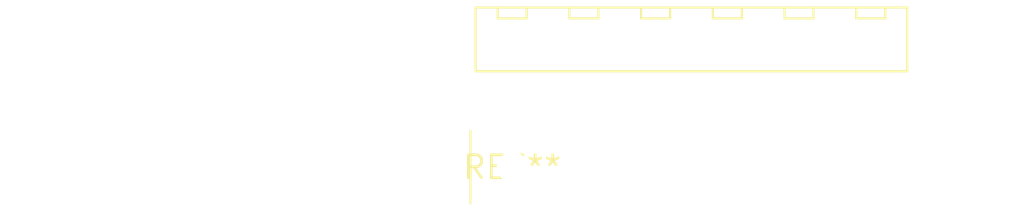
<source format=kicad_pcb>
(kicad_pcb (version 20240108) (generator pcbnew)
  (layers (0 "F.Cu" signal) (31 "B.Cu" signal) (34 "B.Paste" user) (35 "F.Paste" user) (36 "B.SilkS" user "B.Silkscreen") (37 "F.SilkS" user "F.Silkscreen") (38 "B.Mask" user) (39 "F.Mask" user) (44 "Edge.Cuts" user))
  (net 0 "")
  (footprint "Molex_KK-396_A-41792-0006_1x06_P3.96mm_Horizontal" (layer "F.Cu") (at 0 0)
    (property "Reference" "REF**")
    (property "Value" "Molex_KK-396_A-41792-0006_1x06_P3.96mm_Horizontal")
    (fp_line (start -2.305 -2) (end -2.305 2) (layer "F.SilkS") (stroke (width 0.12)))
    (fp_line (start -2.015 -8.82) (end 21.815 -8.82) (layer "F.SilkS") (stroke (width 0.12)))
    (fp_line (start -2.015 -5.3) (end -2.015 -8.82) (layer "F.SilkS") (stroke (width 0.12)))
    (fp_line (start -0.8 -8.82) (end -0.8 -8.22) (layer "F.SilkS") (stroke (width 0.12)))
    (fp_line (start -0.8 -8.22) (end 0.8 -8.22) (layer "F.SilkS") (stroke (width 0.12)))
    (fp_line (start 0.8 -8.22) (end 0.8 -8.82) (layer "F.SilkS") (stroke (width 0.12)))
    (fp_line (start 3.16 -8.82) (end 3.16 -8.22) (layer "F.SilkS") (stroke (width 0.12)))
    (fp_line (start 3.16 -8.22) (end 4.76 -8.22) (layer "F.SilkS") (stroke (width 0.12)))
    (fp_line (start 4.76 -8.22) (end 4.76 -8.82) (layer "F.SilkS") (stroke (width 0.12)))
    (fp_line (start 7.12 -8.82) (end 7.12 -8.22) (layer "F.SilkS") (stroke (width 0.12)))
    (fp_line (start 7.12 -8.22) (end 8.72 -8.22) (layer "F.SilkS") (stroke (width 0.12)))
    (fp_line (start 8.72 -8.22) (end 8.72 -8.82) (layer "F.SilkS") (stroke (width 0.12)))
    (fp_line (start 11.08 -8.82) (end 11.08 -8.22) (layer "F.SilkS") (stroke (width 0.12)))
    (fp_line (start 11.08 -8.22) (end 12.68 -8.22) (layer "F.SilkS") (stroke (width 0.12)))
    (fp_line (start 12.68 -8.22) (end 12.68 -8.82) (layer "F.SilkS") (stroke (width 0.12)))
    (fp_line (start 15.04 -8.82) (end 15.04 -8.22) (layer "F.SilkS") (stroke (width 0.12)))
    (fp_line (start 15.04 -8.22) (end 16.64 -8.22) (layer "F.SilkS") (stroke (width 0.12)))
    (fp_line (start 16.64 -8.22) (end 16.64 -8.82) (layer "F.SilkS") (stroke (width 0.12)))
    (fp_line (start 19 -8.82) (end 19 -8.22) (layer "F.SilkS") (stroke (width 0.12)))
    (fp_line (start 19 -8.22) (end 20.6 -8.22) (layer "F.SilkS") (stroke (width 0.12)))
    (fp_line (start 20.6 -8.22) (end 20.6 -8.82) (layer "F.SilkS") (stroke (width 0.12)))
    (fp_line (start 21.815 -8.82) (end 21.815 -5.3) (layer "F.SilkS") (stroke (width 0.12)))
    (fp_line (start 21.815 -5.3) (end -2.015 -5.3) (layer "F.SilkS") (stroke (width 0.12)))
    (pad "1" thru_hole roundrect (at 0 0) (size 3.16 4.1) (drill 1.7) (layers *.Cu *.Mask) (remove_unused_layers) (roundrect_rratio 0.079114))
    (pad "2" thru_hole oval (at 3.96 0) (size 3.16 4.1) (drill 1.7) (layers *.Cu *.Mask) (remove_unused_layers))
    (pad "3" thru_hole oval (at 7.92 0) (size 3.16 4.1) (drill 1.7) (layers *.Cu *.Mask) (remove_unused_layers))
    (pad "4" thru_hole oval (at 11.88 0) (size 3.16 4.1) (drill 1.7) (layers *.Cu *.Mask) (remove_unused_layers))
    (pad "5" thru_hole oval (at 15.84 0) (size 3.16 4.1) (drill 1.7) (layers *.Cu *.Mask) (remove_unused_layers))
    (pad "6" thru_hole oval (at 19.8 0) (size 3.16 4.1) (drill 1.7) (layers *.Cu *.Mask) (remove_unused_layers))
  )
)
</source>
